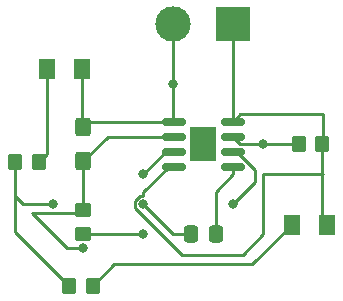
<source format=gbr>
%TF.GenerationSoftware,KiCad,Pcbnew,(6.0.10)*%
%TF.CreationDate,2023-02-23T16:05:32-08:00*%
%TF.ProjectId,lab4 Exercise 2,6c616234-2045-4786-9572-636973652032,rev?*%
%TF.SameCoordinates,Original*%
%TF.FileFunction,Copper,L1,Top*%
%TF.FilePolarity,Positive*%
%FSLAX46Y46*%
G04 Gerber Fmt 4.6, Leading zero omitted, Abs format (unit mm)*
G04 Created by KiCad (PCBNEW (6.0.10)) date 2023-02-23 16:05:32*
%MOMM*%
%LPD*%
G01*
G04 APERTURE LIST*
G04 Aperture macros list*
%AMRoundRect*
0 Rectangle with rounded corners*
0 $1 Rounding radius*
0 $2 $3 $4 $5 $6 $7 $8 $9 X,Y pos of 4 corners*
0 Add a 4 corners polygon primitive as box body*
4,1,4,$2,$3,$4,$5,$6,$7,$8,$9,$2,$3,0*
0 Add four circle primitives for the rounded corners*
1,1,$1+$1,$2,$3*
1,1,$1+$1,$4,$5*
1,1,$1+$1,$6,$7*
1,1,$1+$1,$8,$9*
0 Add four rect primitives between the rounded corners*
20,1,$1+$1,$2,$3,$4,$5,0*
20,1,$1+$1,$4,$5,$6,$7,0*
20,1,$1+$1,$6,$7,$8,$9,0*
20,1,$1+$1,$8,$9,$2,$3,0*%
G04 Aperture macros list end*
%TA.AperFunction,ComponentPad*%
%ADD10R,3.000000X3.000000*%
%TD*%
%TA.AperFunction,ComponentPad*%
%ADD11C,3.000000*%
%TD*%
%TA.AperFunction,SMDPad,CuDef*%
%ADD12RoundRect,0.250000X0.337500X0.475000X-0.337500X0.475000X-0.337500X-0.475000X0.337500X-0.475000X0*%
%TD*%
%TA.AperFunction,SMDPad,CuDef*%
%ADD13RoundRect,0.250000X-0.350000X-0.450000X0.350000X-0.450000X0.350000X0.450000X-0.350000X0.450000X0*%
%TD*%
%TA.AperFunction,SMDPad,CuDef*%
%ADD14RoundRect,0.250001X0.462499X0.624999X-0.462499X0.624999X-0.462499X-0.624999X0.462499X-0.624999X0*%
%TD*%
%TA.AperFunction,SMDPad,CuDef*%
%ADD15RoundRect,0.250000X0.450000X-0.350000X0.450000X0.350000X-0.450000X0.350000X-0.450000X-0.350000X0*%
%TD*%
%TA.AperFunction,SMDPad,CuDef*%
%ADD16RoundRect,0.250000X0.425000X-0.537500X0.425000X0.537500X-0.425000X0.537500X-0.425000X-0.537500X0*%
%TD*%
%TA.AperFunction,SMDPad,CuDef*%
%ADD17RoundRect,0.250000X0.350000X0.450000X-0.350000X0.450000X-0.350000X-0.450000X0.350000X-0.450000X0*%
%TD*%
%TA.AperFunction,SMDPad,CuDef*%
%ADD18RoundRect,0.150000X-0.825000X-0.150000X0.825000X-0.150000X0.825000X0.150000X-0.825000X0.150000X0*%
%TD*%
%TA.AperFunction,SMDPad,CuDef*%
%ADD19R,2.290000X3.000000*%
%TD*%
%TA.AperFunction,SMDPad,CuDef*%
%ADD20RoundRect,0.250001X-0.462499X-0.624999X0.462499X-0.624999X0.462499X0.624999X-0.462499X0.624999X0*%
%TD*%
%TA.AperFunction,ViaPad*%
%ADD21C,0.800000*%
%TD*%
%TA.AperFunction,Conductor*%
%ADD22C,0.250000*%
%TD*%
G04 APERTURE END LIST*
D10*
%TO.P,J1,1,Pin_1*%
%TO.N,+9V*%
X154940000Y-91440000D03*
D11*
%TO.P,J1,2,Pin_2*%
%TO.N,GND*%
X149860000Y-91440000D03*
%TD*%
D12*
%TO.P,C2,1*%
%TO.N,Net-(C2-Pad1)*%
X153437500Y-109220000D03*
%TO.P,C2,2*%
%TO.N,GND*%
X151362500Y-109220000D03*
%TD*%
D13*
%TO.P,R4,1*%
%TO.N,/pin_3*%
X136472936Y-103140000D03*
%TO.P,R4,2*%
%TO.N,Net-(D2-Pad2)*%
X138472936Y-103140000D03*
%TD*%
D14*
%TO.P,D2,1,K*%
%TO.N,GND*%
X142127500Y-95230000D03*
%TO.P,D2,2,A*%
%TO.N,Net-(D2-Pad2)*%
X139152500Y-95230000D03*
%TD*%
D15*
%TO.P,R2,1*%
%TO.N,/pin_7*%
X142240000Y-109210000D03*
%TO.P,R2,2*%
%TO.N,/pin_2*%
X142240000Y-107210000D03*
%TD*%
D16*
%TO.P,C1,1*%
%TO.N,/pin_2*%
X142240000Y-103037500D03*
%TO.P,C1,2*%
%TO.N,GND*%
X142240000Y-100162500D03*
%TD*%
D17*
%TO.P,R1,1*%
%TO.N,+9V*%
X162460000Y-101600000D03*
%TO.P,R1,2*%
%TO.N,/pin_7*%
X160460000Y-101600000D03*
%TD*%
%TO.P,R3,1*%
%TO.N,Net-(D1-Pad1)*%
X143012936Y-113565000D03*
%TO.P,R3,2*%
%TO.N,/pin_3*%
X141012936Y-113565000D03*
%TD*%
D18*
%TO.P,U1,1,GND*%
%TO.N,GND*%
X149925000Y-99695000D03*
%TO.P,U1,2,TR*%
%TO.N,/pin_2*%
X149925000Y-100965000D03*
%TO.P,U1,3,Q*%
%TO.N,/pin_3*%
X149925000Y-102235000D03*
%TO.P,U1,4,R*%
%TO.N,+9V*%
X149925000Y-103505000D03*
%TO.P,U1,5,CV*%
%TO.N,Net-(C2-Pad1)*%
X154875000Y-103505000D03*
%TO.P,U1,6,THR*%
%TO.N,/pin_2*%
X154875000Y-102235000D03*
%TO.P,U1,7,DIS*%
%TO.N,/pin_7*%
X154875000Y-100965000D03*
%TO.P,U1,8,VCC*%
%TO.N,+9V*%
X154875000Y-99695000D03*
D19*
%TO.P,U1,9*%
%TO.N,N/C*%
X152400000Y-101600000D03*
%TD*%
D20*
%TO.P,D1,1,K*%
%TO.N,Net-(D1-Pad1)*%
X159872500Y-108420000D03*
%TO.P,D1,2,A*%
%TO.N,+9V*%
X162847500Y-108420000D03*
%TD*%
D21*
%TO.N,/pin_2*%
X142240000Y-110409500D03*
X154940000Y-106680000D03*
%TO.N,GND*%
X147320000Y-106680000D03*
X149860000Y-96520000D03*
%TO.N,/pin_7*%
X147320000Y-109220000D03*
X157480000Y-101600000D03*
%TO.N,/pin_3*%
X139700000Y-106680000D03*
X147320000Y-104140000D03*
%TD*%
D22*
%TO.N,/pin_2*%
X140889500Y-110409500D02*
X137885000Y-107405000D01*
X156780552Y-103763801D02*
X156780552Y-104839448D01*
X149925000Y-100965000D02*
X149469695Y-100965000D01*
X142240000Y-106680000D02*
X142240000Y-107210000D01*
X154875000Y-102235000D02*
X155251751Y-102235000D01*
X144312500Y-100965000D02*
X149925000Y-100965000D01*
X142240000Y-110409500D02*
X140889500Y-110409500D01*
X156780552Y-104839448D02*
X154940000Y-106680000D01*
X155251751Y-102235000D02*
X156780552Y-103763801D01*
X142240000Y-103037500D02*
X144312500Y-100965000D01*
X137885000Y-107405000D02*
X142045000Y-107405000D01*
X142240000Y-103037500D02*
X142240000Y-106680000D01*
X142045000Y-107405000D02*
X142240000Y-107210000D01*
%TO.N,GND*%
X149860000Y-91440000D02*
X149860000Y-96520000D01*
X149860000Y-109220000D02*
X147320000Y-106680000D01*
X142240000Y-100162500D02*
X142707500Y-99695000D01*
X151362500Y-109220000D02*
X149860000Y-109220000D01*
X149860000Y-96520000D02*
X149860000Y-99630000D01*
X142707500Y-99695000D02*
X149925000Y-99695000D01*
X142127500Y-100050000D02*
X142240000Y-100162500D01*
X149860000Y-99630000D02*
X149925000Y-99695000D01*
X142127500Y-95230000D02*
X142127500Y-100050000D01*
%TO.N,Net-(C2-Pad1)*%
X153437500Y-105642500D02*
X154940000Y-104140000D01*
X154940000Y-104140000D02*
X154940000Y-103570000D01*
X154940000Y-103570000D02*
X154875000Y-103505000D01*
X153437500Y-109220000D02*
X153437500Y-105642500D01*
%TO.N,Net-(D1-Pad1)*%
X143012936Y-113565000D02*
X144817936Y-111760000D01*
X144817936Y-111760000D02*
X156532500Y-111760000D01*
X156532500Y-111760000D02*
X159872500Y-108420000D01*
%TO.N,+9V*%
X149925000Y-103505000D02*
X149469695Y-103505000D01*
X147019695Y-105955000D02*
X146595000Y-106379695D01*
X162460000Y-108032500D02*
X162847500Y-108420000D01*
X155510000Y-99060000D02*
X162560000Y-99060000D01*
X155731948Y-110968052D02*
X157480000Y-109220000D01*
X147320000Y-105654695D02*
X147320000Y-105955000D01*
X146595000Y-106379695D02*
X146595000Y-106980305D01*
X162560000Y-99060000D02*
X162560000Y-101500000D01*
X162560000Y-101500000D02*
X162460000Y-101600000D01*
X150582747Y-110968052D02*
X155731948Y-110968052D01*
X149469695Y-103505000D02*
X147320000Y-105654695D01*
X157480000Y-104140000D02*
X162560000Y-104140000D01*
X147320000Y-105955000D02*
X147019695Y-105955000D01*
X157480000Y-109220000D02*
X157480000Y-104140000D01*
X154940000Y-91440000D02*
X154940000Y-99630000D01*
X154875000Y-99695000D02*
X155510000Y-99060000D01*
X154940000Y-99630000D02*
X154875000Y-99695000D01*
X162460000Y-101600000D02*
X162460000Y-108032500D01*
X146595000Y-106980305D02*
X150582747Y-110968052D01*
%TO.N,Net-(D2-Pad2)*%
X139152500Y-102460436D02*
X138472936Y-103140000D01*
X139152500Y-95230000D02*
X139152500Y-102460436D01*
%TO.N,/pin_7*%
X142240000Y-109210000D02*
X147310000Y-109210000D01*
X157480000Y-101600000D02*
X155510000Y-101600000D01*
X147310000Y-109210000D02*
X147320000Y-109220000D01*
X155510000Y-101600000D02*
X154875000Y-100965000D01*
X160460000Y-101600000D02*
X157480000Y-101600000D01*
%TO.N,/pin_3*%
X137160000Y-106680000D02*
X139700000Y-106680000D01*
X136472936Y-105992936D02*
X137160000Y-106680000D01*
X136472936Y-105992936D02*
X136472936Y-109025000D01*
X149225000Y-102235000D02*
X149925000Y-102235000D01*
X147320000Y-104140000D02*
X149225000Y-102235000D01*
X136472936Y-109025000D02*
X141012936Y-113565000D01*
X136472936Y-103140000D02*
X136472936Y-105992936D01*
%TD*%
M02*

</source>
